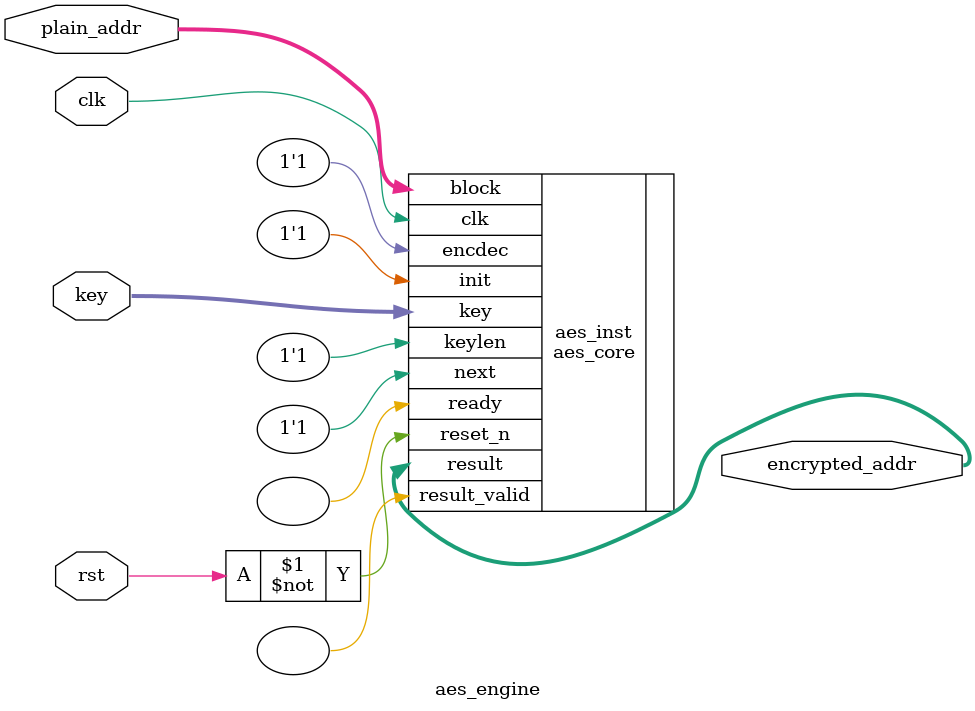
<source format=v>
`timescale 1ns/1ps

module aes_engine (
    input wire clk,
    input wire rst,
    input wire [127:0] plain_addr,
    input wire [255:0] key,
    output wire [127:0] encrypted_addr
);

    aes_core aes_inst (
        .clk(clk),
        .reset_n(~rst),
        .encdec(1'b1),   // 1 = Encrypt
        .init(1'b1),
        .next(1'b1),
        .ready(),
        .key(key),
        .keylen(1'b1),   // 256-bit key
        .block(plain_addr),
        .result(encrypted_addr),
        .result_valid()
    );

endmodule

</source>
